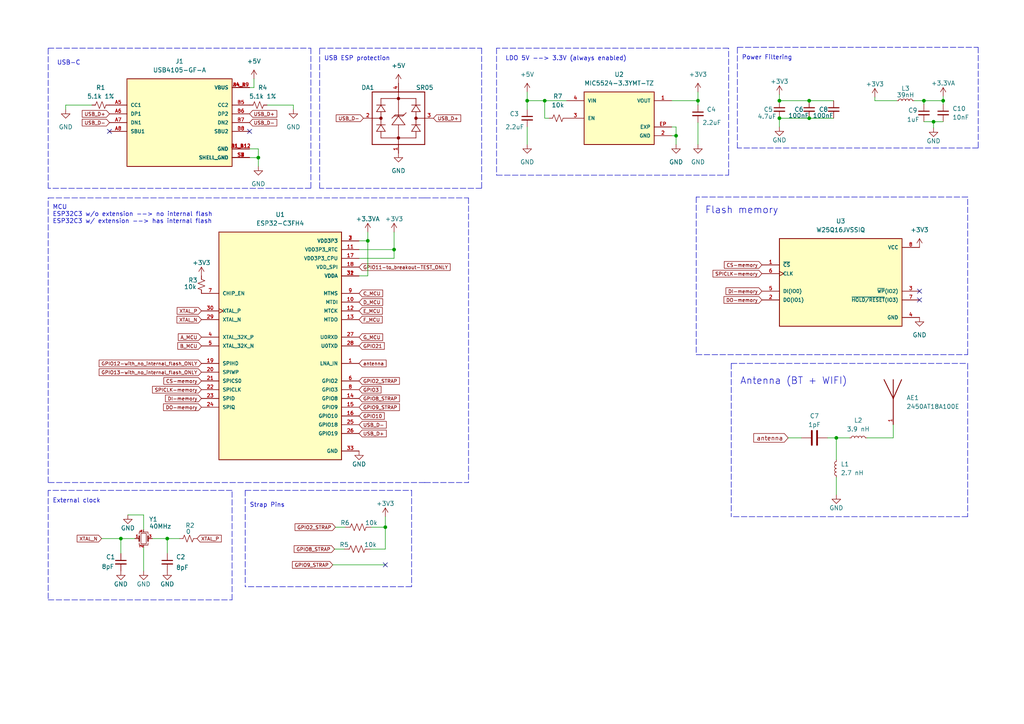
<source format=kicad_sch>
(kicad_sch (version 20211123) (generator eeschema)
  (paper "A4")
  (title_block (title "Watchular - 4 x 7 seven segment display") (date "2022-06-20") (rev "v0.1") (company "Lilordag"))
  (lib_symbols
    (symbol "2450AT18A100E:2450AT18A100E" (pin_names (offset 1.016) hide)
      (property "Reference" "AE" (at -2.794 10.1854 0))
      (property "Value" "2450AT18A100E" (at -2.667 -10.16 0))
      (symbol "2450AT18A100E_0_0"
        (polyline (pts (xy 0 2.54) (xy -2.667 8.001)) (stroke (width 0.254)))
        (polyline (pts (xy 0 2.54) (xy 0 -5.08)) (stroke (width 0.254)))
        (polyline (pts (xy 0 8.001) (xy 0 2.54)) (stroke (width 0.254)))
        (polyline (pts (xy 2.413 8.001) (xy 0 2.54)) (stroke (width 0.254)))
        (pin input line (at 0 -5.08 90) (length 2.54) (name "~") (number "1"))
      )
    )
    (symbol "Device:C" (pin_numbers hide) (pin_names (offset 0.254))
      (property "Reference" "C" (at 0.635 2.54 0))
      (property "Value" "C" (at 0.635 -2.54 0))
      (symbol "C_0_1"
        (polyline (pts (xy -2.032 -0.762) (xy 2.032 -0.762)) (stroke (width 0.508)))
        (polyline (pts (xy -2.032 0.762) (xy 2.032 0.762)) (stroke (width 0.508)))
      )
      (symbol "C_1_1"
        (pin passive line (at 0 3.81 270) (length 2.794) (name "~") (number "1"))
        (pin passive line (at 0 -3.81 90) (length 2.794) (name "~") (number "2"))
      )
    )
    (symbol "Device:C_Small" (pin_numbers hide) (pin_names (offset 0.254) hide)
      (property "Reference" "C" (at 0.254 1.778 0))
      (property "Value" "C_Small" (at 0.254 -2.032 0))
      (symbol "C_Small_0_1"
        (polyline (pts (xy -1.524 -0.508) (xy 1.524 -0.508)) (stroke (width 0.3302)))
        (polyline (pts (xy -1.524 0.508) (xy 1.524 0.508)) (stroke (width 0.3048)))
      )
      (symbol "C_Small_1_1"
        (pin passive line (at 0 2.54 270) (length 2.032) (name "~") (number "1"))
        (pin passive line (at 0 -2.54 90) (length 2.032) (name "~") (number "2"))
      )
    )
    (symbol "Device:Crystal_GND24_Small" (pin_names (offset 1.016) hide)
      (property "Reference" "Y" (at 1.27 4.445 0))
      (property "Value" "Crystal_GND24_Small" (at 1.27 2.54 0))
      (symbol "Crystal_GND24_Small_0_1"
        (rectangle (start -0.762 -1.524) (end 0.762 1.524))
        (polyline (pts (xy -1.27 -0.762) (xy -1.27 0.762)) (stroke (width 0.381)))
        (polyline (pts (xy 1.27 -0.762) (xy 1.27 0.762)) (stroke (width 0.381)))
        (polyline (pts (xy -1.27 -1.27) (xy -1.27 -1.905) (xy 1.27 -1.905) (xy 1.27 -1.27)))
        (polyline (pts (xy -1.27 1.27) (xy -1.27 1.905) (xy 1.27 1.905) (xy 1.27 1.27)))
      )
      (symbol "Crystal_GND24_Small_1_1"
        (pin passive line (at -2.54 0 0) (length 1.27) (name "1") (number "1"))
        (pin passive line (at 0 -2.54 90) (length 0.635) (name "2") (number "2"))
        (pin passive line (at 2.54 0 180) (length 1.27) (name "3") (number "3"))
        (pin passive line (at 0 2.54 270) (length 0.635) (name "4") (number "4"))
      )
    )
    (symbol "Device:L_Small" (pin_numbers hide) (pin_names (offset 0.254) hide)
      (property "Reference" "L" (at 0.762 1.016 0))
      (property "Value" "L_Small" (at 0.762 -1.016 0))
      (symbol "L_Small_0_1"
        (arc (start 0 -2.032) (mid 0.508 -1.524) (end 0 -1.016))
        (arc (start 0 -1.016) (mid 0.508 -0.508) (end 0 0))
        (arc (start 0 0) (mid 0.508 0.508) (end 0 1.016))
        (arc (start 0 1.016) (mid 0.508 1.524) (end 0 2.032))
      )
      (symbol "L_Small_1_1"
        (pin passive line (at 0 2.54 270) (length 0.508) (name "~") (number "1"))
        (pin passive line (at 0 -2.54 90) (length 0.508) (name "~") (number "2"))
      )
    )
    (symbol "Device:R_Small_US" (pin_numbers hide) (pin_names (offset 0.254) hide)
      (property "Reference" "R" (at 0.762 0.508 0))
      (property "Value" "R_Small_US" (at 0.762 -1.016 0))
      (symbol "R_Small_US_1_1"
        (polyline (pts (xy 0 0) (xy 1.016 -0.381) (xy 0 -0.762) (xy -1.016 -1.143) (xy 0 -1.524)))
        (polyline (pts (xy 0 1.524) (xy 1.016 1.143) (xy 0 0.762) (xy -1.016 0.381) (xy 0 0)))
        (pin passive line (at 0 2.54 270) (length 1.016) (name "~") (number "1"))
        (pin passive line (at 0 -2.54 90) (length 1.016) (name "~") (number "2"))
      )
    )
    (symbol "Device:R_US" (pin_numbers hide) (pin_names (offset 0))
      (property "Reference" "R" (at 2.54 0 90))
      (property "Value" "R_US" (at -2.54 0 90))
      (symbol "R_US_0_1"
        (polyline (pts (xy 0 -2.286) (xy 0 -2.54)))
        (polyline (pts (xy 0 2.286) (xy 0 2.54)))
        (polyline (pts (xy 0 -0.762) (xy 1.016 -1.143) (xy 0 -1.524) (xy -1.016 -1.905) (xy 0 -2.286)))
        (polyline (pts (xy 0 0.762) (xy 1.016 0.381) (xy 0 0) (xy -1.016 -0.381) (xy 0 -0.762)))
        (polyline (pts (xy 0 2.286) (xy 1.016 1.905) (xy 0 1.524) (xy -1.016 1.143) (xy 0 0.762)))
      )
      (symbol "R_US_1_1"
        (pin passive line (at 0 3.81 270) (length 1.27) (name "~") (number "1"))
        (pin passive line (at 0 -3.81 90) (length 1.27) (name "~") (number "2"))
      )
    )
    (symbol "ESP32-C3FH4:ESP32-C3FH4" (pin_names (offset 1.016))
      (property "Reference" "U" (at -17.78 33.782 0))
      (property "Value" "ESP32-C3FH4" (at -17.78 -33.782 0))
      (symbol "ESP32-C3FH4_0_0"
        (rectangle (start -17.78 -33.02) (end 17.78 33.02) (stroke (width 0.254)) (fill (type background)))
        (pin bidirectional line (at 22.86 -5.08 180) (length 5.08) (name "LNA_IN") (number "1"))
        (pin bidirectional line (at 22.86 12.7 180) (length 5.08) (name "MTDI") (number "10"))
        (pin power_in line (at 22.86 27.94 180) (length 5.08) (name "VDD3P3_RTC") (number "11"))
        (pin bidirectional line (at 22.86 10.16 180) (length 5.08) (name "MTCK") (number "12"))
        (pin bidirectional line (at 22.86 7.62 180) (length 5.08) (name "MTDO") (number "13"))
        (pin bidirectional line (at 22.86 -15.24 180) (length 5.08) (name "GPIO8") (number "14"))
        (pin bidirectional line (at 22.86 -17.78 180) (length 5.08) (name "GPIO9") (number "15"))
        (pin bidirectional line (at 22.86 -20.32 180) (length 5.08) (name "GPIO10") (number "16"))
        (pin power_in line (at 22.86 25.4 180) (length 5.08) (name "VDD3P3_CPU") (number "17"))
        (pin power_in line (at 22.86 22.86 180) (length 5.08) (name "VDD_SPI") (number "18"))
        (pin bidirectional line (at -22.86 -5.08 0) (length 5.08) (name "SPIHD") (number "19"))
        (pin power_in line (at 22.86 30.48 180) (length 5.08) (name "VDD3P3") (number "2"))
        (pin bidirectional line (at -22.86 -7.62 0) (length 5.08) (name "SPIWP") (number "20"))
        (pin bidirectional line (at -22.86 -10.16 0) (length 5.08) (name "SPICS0") (number "21"))
        (pin bidirectional line (at -22.86 -12.7 0) (length 5.08) (name "SPICLK") (number "22"))
        (pin bidirectional line (at -22.86 -15.24 0) (length 5.08) (name "SPID") (number "23"))
        (pin bidirectional line (at -22.86 -17.78 0) (length 5.08) (name "SPIQ") (number "24"))
        (pin bidirectional line (at 22.86 -22.86 180) (length 5.08) (name "GPIO18") (number "25"))
        (pin bidirectional line (at 22.86 -25.4 180) (length 5.08) (name "GPIO19") (number "26"))
        (pin bidirectional line (at 22.86 2.54 180) (length 5.08) (name "U0RXD") (number "27"))
        (pin bidirectional line (at 22.86 0 180) (length 5.08) (name "U0TXD") (number "28"))
        (pin output line (at -22.86 7.62 0) (length 5.08) (name "XTAL_N") (number "29"))
        (pin power_in line (at 22.86 30.48 180) (length 5.08) (name "VDD3P3") (number "3"))
        (pin input clock (at -22.86 10.16 0) (length 5.08) (name "XTAL_P") (number "30"))
        (pin power_in line (at 22.86 20.32 180) (length 5.08) (name "VDDA") (number "31"))
        (pin power_in line (at 22.86 20.32 180) (length 5.08) (name "VDDA") (number "32"))
        (pin power_in line (at 22.86 -30.48 180) (length 5.08) (name "GND") (number "33"))
        (pin bidirectional line (at -22.86 2.54 0) (length 5.08) (name "XTAL_32K_P") (number "4"))
        (pin bidirectional line (at -22.86 0 0) (length 5.08) (name "XTAL_32K_N") (number "5"))
        (pin bidirectional line (at 22.86 -10.16 180) (length 5.08) (name "GPIO2") (number "6"))
        (pin input line (at -22.86 15.24 0) (length 5.08) (name "CHIP_EN") (number "7"))
        (pin bidirectional line (at 22.86 -12.7 180) (length 5.08) (name "GPIO3") (number "8"))
        (pin bidirectional line (at 22.86 15.24 180) (length 5.08) (name "MTMS") (number "9"))
      )
    )
    (symbol "MIC5524-3.3YMT-TZ:MIC5524-3.3YMT-TZ" (pin_names (offset 1.016))
      (property "Reference" "U" (at -10.16 8.382 0))
      (property "Value" "MIC5524-3.3YMT-TZ" (at -10.16 -10.16 0))
      (symbol "MIC5524-3.3YMT-TZ_0_0"
        (rectangle (start -10.16 -7.62) (end 10.16 7.62) (stroke (width 0.254)) (fill (type background)))
        (pin output line (at 15.24 5.08 180) (length 5.08) (name "VOUT") (number "1"))
        (pin power_in line (at 15.24 -5.08 180) (length 5.08) (name "GND") (number "2"))
        (pin input line (at -15.24 0 0) (length 5.08) (name "EN") (number "3"))
        (pin input line (at -15.24 5.08 0) (length 5.08) (name "VIN") (number "4"))
        (pin power_in line (at 15.24 -2.54 180) (length 5.08) (name "EXP") (number "EP"))
      )
    )
    (symbol "SR05:SR05" (pin_names (offset 1.016) hide)
      (property "Reference" "DA" (at -7.62 8.255 0))
      (property "Value" "SR05" (at 1.905 -9.5504 0))
      (symbol "SR05_0_0"
        (circle (center -5.08 0) (radius 0.2794) (stroke (width 0.4064)))
        (circle (center 0 -5.715) (radius 0.2794) (stroke (width 0.4064)))
        (polyline (pts (xy -7.62 -7.62) (xy -7.62 0)) (stroke (width 0.254)))
        (polyline (pts (xy -7.62 0) (xy -7.62 7.62)) (stroke (width 0.254)))
        (polyline (pts (xy -7.62 7.62) (xy 0 7.62)) (stroke (width 0.254)))
        (polyline (pts (xy -6.35 -3.81) (xy -3.81 -3.81)) (stroke (width 0.1778)))
        (polyline (pts (xy -6.35 -1.905) (xy -5.08 -1.905)) (stroke (width 0.1778)))
        (polyline (pts (xy -6.35 1.905) (xy -5.08 3.81)) (stroke (width 0.1778)))
        (polyline (pts (xy -6.35 1.905) (xy -3.81 1.905)) (stroke (width 0.1778)))
        (polyline (pts (xy -6.35 3.81) (xy -5.08 3.81)) (stroke (width 0.1778)))
        (polyline (pts (xy -5.08 -5.715) (xy -5.08 -3.81)) (stroke (width 0.1778)))
        (polyline (pts (xy -5.08 -1.905) (xy -6.35 -3.81)) (stroke (width 0.1778)))
        (polyline (pts (xy -5.08 -1.905) (xy -5.08 0)) (stroke (width 0.1778)))
        (polyline (pts (xy -5.08 -1.905) (xy -3.81 -1.905)) (stroke (width 0.1778)))
        (polyline (pts (xy -5.08 0) (xy -7.62 0)) (stroke (width 0.1778)))
        (polyline (pts (xy -5.08 0) (xy -5.08 1.905)) (stroke (width 0.1778)))
        (polyline (pts (xy -5.08 3.81) (xy -5.08 5.715)) (stroke (width 0.1778)))
        (polyline (pts (xy -5.08 3.81) (xy -3.81 1.905)) (stroke (width 0.1778)))
        (polyline (pts (xy -5.08 3.81) (xy -3.81 3.81)) (stroke (width 0.1778)))
        (polyline (pts (xy -5.08 5.715) (xy 0 5.715)) (stroke (width 0.1778)))
        (polyline (pts (xy -3.81 -3.81) (xy -5.08 -1.905)) (stroke (width 0.1778)))
        (polyline (pts (xy -1.905 -1.905) (xy 0 0.635)) (stroke (width 0.1778)))
        (polyline (pts (xy -1.905 -1.905) (xy 1.905 -1.905)) (stroke (width 0.1778)))
        (polyline (pts (xy -1.905 0) (xy -1.27 0.635)) (stroke (width 0.1778)))
        (polyline (pts (xy -1.27 0.635) (xy -0.9652 0.9652)) (stroke (width 0.1778)))
        (polyline (pts (xy -1.27 0.635) (xy 1.27 0.635)) (stroke (width 0.1778)))
        (polyline (pts (xy -0.9652 0.9652) (xy 1.6002 0.9652)) (stroke (width 0.1778)))
        (polyline (pts (xy 0 -7.62) (xy -7.62 -7.62)) (stroke (width 0.254)))
        (polyline (pts (xy 0 -7.62) (xy 0 -5.715)) (stroke (width 0.1778)))
        (polyline (pts (xy 0 -5.715) (xy -5.08 -5.715)) (stroke (width 0.1778)))
        (polyline (pts (xy 0 -5.715) (xy 0 -1.905)) (stroke (width 0.1778)))
        (polyline (pts (xy 0 -5.715) (xy 5.08 -5.715)) (stroke (width 0.1778)))
        (polyline (pts (xy 0 0.635) (xy 0 5.715)) (stroke (width 0.1778)))
        (polyline (pts (xy 0 0.635) (xy 1.905 -1.905)) (stroke (width 0.1778)))
        (polyline (pts (xy 0 5.715) (xy 0 7.62)) (stroke (width 0.1778)))
        (polyline (pts (xy 0 7.62) (xy 7.62 7.62)) (stroke (width 0.254)))
        (polyline (pts (xy 1.27 0.635) (xy 1.6002 0.9652)) (stroke (width 0.1778)))
        (polyline (pts (xy 1.6002 0.9652) (xy 2.2352 1.6002)) (stroke (width 0.1778)))
        (polyline (pts (xy 3.81 -3.81) (xy 6.35 -3.81)) (stroke (width 0.1778)))
        (polyline (pts (xy 3.81 -1.905) (xy 5.08 -1.905)) (stroke (width 0.1778)))
        (polyline (pts (xy 3.81 1.905) (xy 6.35 1.905)) (stroke (width 0.1778)))
        (polyline (pts (xy 3.81 3.81) (xy 5.08 3.81)) (stroke (width 0.1778)))
        (polyline (pts (xy 5.08 -5.715) (xy 5.08 -3.81)) (stroke (width 0.1778)))
        (polyline (pts (xy 5.08 -1.905) (xy 3.81 -3.81)) (stroke (width 0.1778)))
        (polyline (pts (xy 5.08 -1.905) (xy 5.08 0)) (stroke (width 0.1778)))
        (polyline (pts (xy 5.08 -1.905) (xy 6.35 -1.905)) (stroke (width 0.1778)))
        (polyline (pts (xy 5.08 0) (xy 5.08 1.905)) (stroke (width 0.1778)))
        (polyline (pts (xy 5.08 3.81) (xy 3.81 1.905)) (stroke (width 0.1778)))
        (polyline (pts (xy 5.08 3.81) (xy 5.08 5.715)) (stroke (width 0.1778)))
        (polyline (pts (xy 5.08 3.81) (xy 6.35 3.81)) (stroke (width 0.1778)))
        (polyline (pts (xy 5.08 5.715) (xy 0 5.715)) (stroke (width 0.1778)))
        (polyline (pts (xy 6.35 -3.81) (xy 5.08 -1.905)) (stroke (width 0.1778)))
        (polyline (pts (xy 6.35 1.905) (xy 5.08 3.81)) (stroke (width 0.1778)))
        (polyline (pts (xy 7.62 -7.62) (xy 0 -7.62)) (stroke (width 0.254)))
        (polyline (pts (xy 7.62 0) (xy 5.08 0)) (stroke (width 0.1778)))
        (polyline (pts (xy 7.62 0) (xy 7.62 -7.62)) (stroke (width 0.254)))
        (polyline (pts (xy 7.62 7.62) (xy 7.62 0)) (stroke (width 0.254)))
        (circle (center 0 5.715) (radius 0.2794) (stroke (width 0.4064)))
        (circle (center 5.08 0) (radius 0.2794) (stroke (width 0.4064)))
        (pin passive line (at 0 -10.16 90) (length 2.54) (name "~") (number "1"))
        (pin passive line (at -10.16 0 0) (length 2.54) (name "~") (number "2"))
        (pin passive line (at 10.16 0 180) (length 2.54) (name "~") (number "3"))
        (pin passive line (at 0 10.16 270) (length 2.54) (name "~") (number "4"))
      )
    )
    (symbol "USB4105-GF-A:USB4105-GF-A" (pin_names (offset 1.016))
      (property "Reference" "J" (at -15.24 13.97 0))
      (property "Value" "USB4105-GF-A" (at -15.24 -15.24 0))
      (symbol "USB4105-GF-A_0_0"
        (rectangle (start -15.24 -12.7) (end 15.24 12.7) (stroke (width 0.254)) (fill (type background)))
        (pin power_in line (at 20.32 -7.62 180) (length 5.08) (name "GND") (number "A1_B12"))
        (pin power_in line (at 20.32 10.16 180) (length 5.08) (name "VBUS") (number "A4_B9"))
        (pin bidirectional line (at -20.32 5.08 0) (length 5.08) (name "CC1") (number "A5"))
        (pin bidirectional line (at -20.32 2.54 0) (length 5.08) (name "DP1") (number "A6"))
        (pin bidirectional line (at -20.32 0 0) (length 5.08) (name "DN1") (number "A7"))
        (pin bidirectional line (at -20.32 -2.54 0) (length 5.08) (name "SBU1") (number "A8"))
        (pin power_in line (at 20.32 -7.62 180) (length 5.08) (name "GND") (number "B1_A12"))
        (pin power_in line (at 20.32 10.16 180) (length 5.08) (name "VBUS") (number "B4_A9"))
        (pin bidirectional line (at 20.32 5.08 180) (length 5.08) (name "CC2") (number "B5"))
        (pin bidirectional line (at 20.32 2.54 180) (length 5.08) (name "DP2") (number "B6"))
        (pin bidirectional line (at 20.32 0 180) (length 5.08) (name "DN2") (number "B7"))
        (pin bidirectional line (at 20.32 -2.54 180) (length 5.08) (name "SBU2") (number "B8"))
        (pin power_in line (at 20.32 -10.16 180) (length 5.08) (name "SHELL_GND") (number "S1"))
        (pin power_in line (at 20.32 -10.16 180) (length 5.08) (name "SHELL_GND") (number "S2"))
        (pin power_in line (at 20.32 -10.16 180) (length 5.08) (name "SHELL_GND") (number "S3"))
        (pin power_in line (at 20.32 -10.16 180) (length 5.08) (name "SHELL_GND") (number "S4"))
      )
    )
    (symbol "W25Q16JVSSIQ:W25Q16JVSSIQ" (pin_names (offset 1.016))
      (property "Reference" "U" (at -17.78 13.335 0))
      (property "Value" "W25Q16JVSSIQ" (at -17.78 -15.24 0))
      (symbol "W25Q16JVSSIQ_0_0"
        (rectangle (start -17.78 -12.7) (end 17.78 12.7) (stroke (width 0.254)) (fill (type background)))
        (pin input line (at -22.86 5.08 0) (length 5.08) (name "~{CS}") (number "1"))
        (pin bidirectional line (at -22.86 -5.08 0) (length 5.08) (name "DO(IO1)") (number "2"))
        (pin bidirectional line (at 22.86 -2.54 180) (length 5.08) (name "~{WP}(IO2)") (number "3"))
        (pin power_in line (at 22.86 -10.16 180) (length 5.08) (name "GND") (number "4"))
        (pin bidirectional line (at -22.86 -2.54 0) (length 5.08) (name "DI(IO0)") (number "5"))
        (pin input clock (at -22.86 2.54 0) (length 5.08) (name "CLK") (number "6"))
        (pin bidirectional line (at 22.86 -5.08 180) (length 5.08) (name "~{HOLD/RESET}(IO3)") (number "7"))
        (pin power_in line (at 22.86 10.16 180) (length 5.08) (name "VCC") (number "8"))
      )
    )
    (symbol "power:+3.3V" (power) (pin_names (offset 0))
      (property "Value" "+3.3V" (at 0 3.556 0))
      (symbol "+3.3V_0_1"
        (polyline (pts (xy -0.762 1.27) (xy 0 2.54)))
        (polyline (pts (xy 0 0) (xy 0 2.54)))
        (polyline (pts (xy 0 2.54) (xy 0.762 1.27)))
      )
      (symbol "+3.3V_1_1"
        (pin power_in line (at 0 0 90) (length 0) hide (name "+3V3") (number "1"))
      )
    )
    (symbol "power:+3.3VA" (power) (pin_names (offset 0))
      (property "Value" "+3.3VA" (at 0 3.556 0))
      (symbol "+3.3VA_0_1"
        (polyline (pts (xy -0.762 1.27) (xy 0 2.54)))
        (polyline (pts (xy 0 0) (xy 0 2.54)))
        (polyline (pts (xy 0 2.54) (xy 0.762 1.27)))
      )
      (symbol "+3.3VA_1_1"
        (pin power_in line (at 0 0 90) (length 0) hide (name "+3.3VA") (number "1"))
      )
    )
    (symbol "power:+5V" (power) (pin_names (offset 0))
      (property "Value" "+5V" (at 0 3.556 0))
      (symbol "+5V_0_1"
        (polyline (pts (xy -0.762 1.27) (xy 0 2.54)))
        (polyline (pts (xy 0 0) (xy 0 2.54)))
        (polyline (pts (xy 0 2.54) (xy 0.762 1.27)))
      )
      (symbol "+5V_1_1"
        (pin power_in line (at 0 0 90) (length 0) hide (name "+5V") (number "1"))
      )
    )
    (symbol "power:GND" (power) (pin_names (offset 0))
      (property "Value" "GND" (at 0 -3.81 0))
      (symbol "GND_0_1"
        (polyline (pts (xy 0 0) (xy 0 -1.27) (xy 1.27 -1.27) (xy 0 -2.54) (xy -1.27 -1.27) (xy 0 -1.27)))
      )
      (symbol "GND_1_1"
        (pin power_in line (at 0 0 270) (length 0) hide (name "GND") (number "1"))
      )
    )
  )
  (junction (at 273.558 29.21))
  (junction (at 234.696 29.21))
  (junction (at 242.57 127))
  (junction (at 48.514 156.21))
  (junction (at 152.908 29.21))
  (junction (at 202.438 29.21))
  (junction (at 114.3 72.39))
  (junction (at 111.76 152.908))
  (junction (at 106.68 69.85))
  (junction (at 35.052 156.21))
  (junction (at 226.06 34.29))
  (junction (at 157.988 29.21))
  (junction (at 226.06 29.21))
  (junction (at 234.696 34.29))
  (junction (at 74.93 45.72))
  (junction (at 267.97 29.21))
  (junction (at 270.764 35.306))
  (junction (at 196.088 39.37))
  (no_connect (at 266.7 84.455))
  (no_connect (at 266.7 86.995))
  (no_connect (at 31.75 38.1))
  (no_connect (at 72.39 38.1))
  (no_connect (at 111.76 163.83))
  (polyline (pts (xy 211.328 13.97) (xy 144.018 13.97)))
  (wire (pts (xy 73.66 25.4) (xy 73.66 22.86)))
  (wire (pts (xy 273.558 29.21) (xy 273.558 30.226)))
  (polyline (pts (xy 139.7 54.61) (xy 92.71 54.61)))
  (wire (pts (xy 107.696 152.908) (xy 111.76 152.908)))
  (wire (pts (xy 157.988 29.21) (xy 164.338 29.21)))
  (polyline (pts (xy 213.868 13.716) (xy 283.718 13.716)))
  (wire (pts (xy 96.52 163.83) (xy 111.76 163.83)))
  (wire (pts (xy 19.05 30.48) (xy 19.05 31.75)))
  (polyline (pts (xy 123.19 139.954) (xy 13.97 139.954)))
  (wire (pts (xy 48.514 156.21) (xy 52.07 156.21)))
  (wire (pts (xy 242.57 127) (xy 242.57 133.35)))
  (wire (pts (xy 242.57 127) (xy 246.38 127)))
  (wire (pts (xy 273.558 35.306) (xy 270.764 35.306)))
  (wire (pts (xy 234.696 29.21) (xy 241.808 29.21)))
  (wire (pts (xy 253.746 28.194) (xy 253.746 29.21)))
  (polyline (pts (xy 13.97 139.954) (xy 13.97 57.404)))
  (wire (pts (xy 196.088 36.83) (xy 196.088 39.37)))
  (polyline (pts (xy 139.7 13.97) (xy 139.7 54.61)))
  (polyline (pts (xy 201.93 57.15) (xy 201.93 102.87)))
  (polyline (pts (xy 90.17 54.61) (xy 13.97 54.61)))
  (polyline (pts (xy 119.38 142.24) (xy 119.38 170.18)))
  (wire (pts (xy 270.764 35.306) (xy 270.764 37.084)))
  (polyline (pts (xy 71.12 142.24) (xy 71.12 170.18)))
  (polyline (pts (xy 213.868 42.926) (xy 213.868 13.716)))
  (polyline (pts (xy 13.97 54.61) (xy 13.97 13.97)))
  (polyline (pts (xy 90.17 13.97) (xy 90.17 54.61)))
  (polyline (pts (xy 144.018 13.97) (xy 144.018 50.8)))
  (polyline (pts (xy 212.09 105.41) (xy 212.09 149.86)))
  (polyline (pts (xy 283.718 13.716) (xy 283.718 42.926)))
  (wire (pts (xy 259.08 127) (xy 259.08 123.19)))
  (polyline (pts (xy 144.018 50.8) (xy 211.328 50.8)))
  (wire (pts (xy 41.656 149.352) (xy 41.656 153.67)))
  (polyline (pts (xy 67.31 173.99) (xy 67.31 142.24)))
  (wire (pts (xy 226.06 34.29) (xy 234.696 34.29)))
  (polyline (pts (xy 283.718 42.926) (xy 213.868 42.926)))
  (wire (pts (xy 228.6 127) (xy 232.41 127)))
  (polyline (pts (xy 13.97 57.404) (xy 123.19 57.404)))
  (wire (pts (xy 72.39 43.18) (xy 74.93 43.18)))
  (wire (pts (xy 267.97 29.21) (xy 267.97 30.226)))
  (wire (pts (xy 41.656 158.75) (xy 41.656 165.608)))
  (wire (pts (xy 202.438 29.21) (xy 202.438 30.48)))
  (wire (pts (xy 114.3 72.39) (xy 114.3 67.31)))
  (wire (pts (xy 97.282 152.908) (xy 100.076 152.908)))
  (wire (pts (xy 72.39 45.72) (xy 74.93 45.72)))
  (wire (pts (xy 104.14 72.39) (xy 114.3 72.39)))
  (wire (pts (xy 35.052 156.21) (xy 39.116 156.21)))
  (wire (pts (xy 273.558 29.21) (xy 273.558 27.94)))
  (wire (pts (xy 74.93 45.72) (xy 74.93 48.26)))
  (wire (pts (xy 114.3 74.93) (xy 114.3 72.39)))
  (wire (pts (xy 104.14 74.93) (xy 114.3 74.93)))
  (polyline (pts (xy 123.19 57.404) (xy 135.89 57.404)))
  (polyline (pts (xy 71.12 142.24) (xy 119.38 142.24)))
  (wire (pts (xy 104.14 80.01) (xy 106.68 80.01)))
  (wire (pts (xy 196.088 39.37) (xy 196.088 41.91)))
  (wire (pts (xy 265.176 29.21) (xy 267.97 29.21)))
  (wire (pts (xy 242.57 138.43) (xy 242.57 143.51)))
  (wire (pts (xy 226.06 27.432) (xy 226.06 29.21)))
  (wire (pts (xy 107.442 159.258) (xy 111.76 159.258)))
  (wire (pts (xy 26.67 30.48) (xy 19.05 30.48)))
  (wire (pts (xy 152.908 26.67) (xy 152.908 29.21)))
  (polyline (pts (xy 67.31 142.24) (xy 13.97 142.24)))
  (wire (pts (xy 267.97 29.21) (xy 273.558 29.21)))
  (wire (pts (xy 152.908 29.21) (xy 157.988 29.21)))
  (wire (pts (xy 202.438 35.56) (xy 202.438 41.91)))
  (polyline (pts (xy 119.38 170.18) (xy 71.12 170.18)))
  (wire (pts (xy 74.93 43.18) (xy 74.93 45.72)))
  (wire (pts (xy 194.818 36.83) (xy 196.088 36.83)))
  (wire (pts (xy 104.14 69.85) (xy 106.68 69.85)))
  (polyline (pts (xy 135.89 57.404) (xy 135.89 139.954)))
  (wire (pts (xy 159.258 34.29) (xy 157.988 34.29)))
  (wire (pts (xy 202.438 29.21) (xy 202.438 26.67)))
  (wire (pts (xy 111.76 152.908) (xy 111.76 149.86)))
  (wire (pts (xy 111.76 159.258) (xy 111.76 152.908)))
  (polyline (pts (xy 212.09 105.41) (xy 280.67 105.41)))
  (wire (pts (xy 106.68 69.85) (xy 106.68 67.31)))
  (wire (pts (xy 29.464 156.21) (xy 35.052 156.21)))
  (polyline (pts (xy 280.67 105.41) (xy 280.67 149.86)))
  (wire (pts (xy 157.988 34.29) (xy 157.988 29.21)))
  (wire (pts (xy 240.03 127) (xy 242.57 127)))
  (wire (pts (xy 48.514 160.528) (xy 48.514 156.21)))
  (polyline (pts (xy 280.67 149.86) (xy 212.09 149.86)))
  (wire (pts (xy 106.68 80.01) (xy 106.68 69.85)))
  (polyline (pts (xy 13.97 173.99) (xy 67.31 173.99)))
  (wire (pts (xy 194.818 39.37) (xy 196.088 39.37)))
  (wire (pts (xy 253.746 29.21) (xy 260.096 29.21)))
  (polyline (pts (xy 92.71 13.97) (xy 139.7 13.97)))
  (polyline (pts (xy 280.67 57.15) (xy 201.93 57.15)))
  (wire (pts (xy 85.09 30.48) (xy 85.09 31.75)))
  (polyline (pts (xy 13.97 142.24) (xy 13.97 173.99)))
  (wire (pts (xy 194.818 29.21) (xy 202.438 29.21)))
  (wire (pts (xy 234.696 34.29) (xy 241.808 34.29)))
  (wire (pts (xy 77.47 30.48) (xy 85.09 30.48)))
  (wire (pts (xy 226.06 29.21) (xy 234.696 29.21)))
  (polyline (pts (xy 123.19 139.954) (xy 135.89 139.954)))
  (wire (pts (xy 35.052 160.528) (xy 35.052 156.21)))
  (wire (pts (xy 37.084 149.352) (xy 41.656 149.352)))
  (wire (pts (xy 48.514 156.21) (xy 44.196 156.21)))
  (polyline (pts (xy 201.93 102.87) (xy 280.67 102.87)))
  (polyline (pts (xy 280.67 102.87) (xy 280.67 57.15)))
  (wire (pts (xy 152.908 36.83) (xy 152.908 41.91)))
  (wire (pts (xy 267.97 35.306) (xy 270.764 35.306)))
  (wire (pts (xy 226.06 34.29) (xy 226.06 36.83)))
  (wire (pts (xy 152.908 29.21) (xy 152.908 31.75)))
  (polyline (pts (xy 92.71 54.61) (xy 92.71 13.97)))
  (polyline (pts (xy 13.97 13.97) (xy 90.17 13.97)))
  (wire (pts (xy 97.028 159.258) (xy 99.822 159.258)))
  (wire (pts (xy 251.46 127) (xy 259.08 127)))
  (polyline (pts (xy 211.328 50.8) (xy 211.328 13.97)))
  (wire (pts (xy 72.39 25.4) (xy 73.66 25.4)))
  (text "USB-C" (at 16.51 19.05 0) (effects (font (size 1.27 1.27)) (justify left bottom)))
  (text "LDO 5V --> 3.3V (always enabled)" (at 146.558 17.78 0) (effects (font (size 1.27 1.27)) (justify left bottom)))
  (text "Flash memory" (at 204.47 62.23 0) (effects (font (size 2 2)) (justify left bottom)))
  (text "Power Filtering" (at 215.138 17.526 0) (effects (font (size 1.27 1.27)) (justify left bottom)))
  (text "Antenna (BT + WIFI)" (at 214.63 111.76 0) (effects (font (size 2 2)) (justify left bottom)))
  (text "External clock" (at 15.24 146.05 0) (effects (font (size 1.27 1.27)) (justify left bottom)))
  (text "MCU\nESP32C3 w/o extension --> no internal flash\nESP32C3 w/ extension --> has internal flash" (at 15.24 65.024 0) (effects (font (size 1.27 1.27)) (justify left bottom)))
  (text "Strap Pins" (at 72.39 147.32 0) (effects (font (size 1.27 1.27)) (justify left bottom)))
  (text "USB ESP protection" (at 93.98 17.78 0) (effects (font (size 1.27 1.27)) (justify left bottom)))
  (global_label "GPIO8_STRAP" (shape input) (at 97.028 159.258 180) (effects (font (size 1 1))) (property "Intersheet References" "${INTERSHEET_REFS}" (effects hide)))
  (global_label "DO-memory" (shape input) (at 58.42 118.11 180) (effects (font (size 1 1))) (property "Intersheet References" "${INTERSHEET_REFS}" (effects hide)))
  (global_label "GPIO3" (shape input) (at 104.14 113.03 0) (effects (font (size 1 1))) (property "Intersheet References" "${INTERSHEET_REFS}" (effects hide)))
  (global_label "GPIO2_STRAP" (shape input) (at 104.14 110.49 0) (effects (font (size 1 1))) (property "Intersheet References" "${INTERSHEET_REFS}" (effects hide)))
  (global_label "E_MCU" (shape input) (at 104.14 90.17 0) (effects (font (size 1 1))) (property "Intersheet References" "${INTERSHEET_REFS}" (effects hide)))
  (global_label "GPIO11-to_breakout-TEST_ONLY" (shape input) (at 104.14 77.47 0) (effects (font (size 1 1))) (property "Intersheet References" "${INTERSHEET_REFS}" (effects hide)))
  (global_label "XTAL_P" (shape input) (at 57.15 156.21 0) (effects (font (size 1 1))) (property "Intersheet References" "${INTERSHEET_REFS}" (effects hide)))
  (global_label "GPIO9_STRAP" (shape input) (at 104.14 118.11 0) (effects (font (size 1 1))) (property "Intersheet References" "${INTERSHEET_REFS}" (effects hide)))
  (global_label "F_MCU" (shape input) (at 104.14 92.71 0) (effects (font (size 1 1))) (property "Intersheet References" "${INTERSHEET_REFS}" (effects hide)))
  (global_label "USB_D-" (shape input) (at 31.75 35.56 180) (effects (font (size 1 1))) (property "Intersheet References" "${INTERSHEET_REFS}" (effects hide)))
  (global_label "USB_D-" (shape input) (at 72.39 35.56 0) (effects (font (size 1 1))) (property "Intersheet References" "${INTERSHEET_REFS}" (effects hide)))
  (global_label "GPIO12-with_no_internal_flash_ONLY" (shape input) (at 58.42 105.41 180) (effects (font (size 1 1))) (property "Intersheet References" "${INTERSHEET_REFS}" (effects hide)))
  (global_label "GPIO10" (shape input) (at 104.14 120.65 0) (effects (font (size 1 1))) (property "Intersheet References" "${INTERSHEET_REFS}" (effects hide)))
  (global_label "B_MCU" (shape input) (at 58.42 100.33 180) (effects (font (size 1 1))) (property "Intersheet References" "${INTERSHEET_REFS}" (effects hide)))
  (global_label "SPICLK-memory" (shape input) (at 58.42 113.03 180) (effects (font (size 1 1))) (property "Intersheet References" "${INTERSHEET_REFS}" (effects hide)))
  (global_label "SPICLK-memory" (shape input) (at 220.98 79.375 180) (effects (font (size 1 1))) (property "Intersheet References" "${INTERSHEET_REFS}" (effects hide)))
  (global_label "DO-memory" (shape input) (at 220.98 86.995 180) (effects (font (size 1 1))) (property "Intersheet References" "${INTERSHEET_REFS}" (effects hide)))
  (global_label "USB_D+" (shape input) (at 104.14 125.73 0) (effects (font (size 1 1))) (property "Intersheet References" "${INTERSHEET_REFS}" (effects hide)))
  (global_label "GPIO13-with_no_internal_flash_ONLY" (shape input) (at 58.42 107.95 180) (effects (font (size 1 1))) (property "Intersheet References" "${INTERSHEET_REFS}" (effects hide)))
  (global_label "D_MCU" (shape input) (at 104.14 87.63 0) (effects (font (size 1 1))) (property "Intersheet References" "${INTERSHEET_REFS}" (effects hide)))
  (global_label "USB_D+" (shape input) (at 31.75 33.02 180) (effects (font (size 1 1))) (property "Intersheet References" "${INTERSHEET_REFS}" (effects hide)))
  (global_label "XTAL_N" (shape input) (at 29.464 156.21 180) (effects (font (size 1 1))) (property "Intersheet References" "${INTERSHEET_REFS}" (effects hide)))
  (global_label "antenna" (shape input) (at 228.6 127 180) (property "Intersheet References" "${INTERSHEET_REFS}" (effects hide)))
  (global_label "DI-memory" (shape input) (at 58.42 115.57 180) (effects (font (size 1 1))) (property "Intersheet References" "${INTERSHEET_REFS}" (effects hide)))
  (global_label "GPIO9_STRAP" (shape input) (at 96.52 163.83 180) (effects (font (size 1 1))) (property "Intersheet References" "${INTERSHEET_REFS}" (effects hide)))
  (global_label "USB_D+" (shape input) (at 72.39 33.02 0) (effects (font (size 1 1))) (property "Intersheet References" "${INTERSHEET_REFS}" (effects hide)))
  (global_label "CS-memory" (shape input) (at 58.42 110.49 180) (effects (font (size 1 1))) (property "Intersheet References" "${INTERSHEET_REFS}" (effects hide)))
  (global_label "A_MCU" (shape input) (at 58.42 97.79 180) (effects (font (size 1 1))) (property "Intersheet References" "${INTERSHEET_REFS}" (effects hide)))
  (global_label "XTAL_P" (shape input) (at 58.42 90.17 180) (effects (font (size 1 1))) (property "Intersheet References" "${INTERSHEET_REFS}" (effects hide)))
  (global_label "XTAL_N" (shape input) (at 58.42 92.71 180) (effects (font (size 1 1))) (property "Intersheet References" "${INTERSHEET_REFS}" (effects hide)))
  (global_label "GPIO21" (shape input) (at 104.14 100.33 0) (effects (font (size 1 1))) (property "Intersheet References" "${INTERSHEET_REFS}" (effects hide)))
  (global_label "GPIO2_STRAP" (shape input) (at 97.282 152.908 180) (effects (font (size 1 1))) (property "Intersheet References" "${INTERSHEET_REFS}" (effects hide)))
  (global_label "G_MCU" (shape input) (at 104.14 97.79 0) (effects (font (size 1 1))) (property "Intersheet References" "${INTERSHEET_REFS}" (effects hide)))
  (global_label "antenna" (shape input) (at 104.14 105.41 0) (effects (font (size 1 1))) (property "Intersheet References" "${INTERSHEET_REFS}" (effects hide)))
  (global_label "USB_D-" (shape input) (at 105.41 34.29 180) (effects (font (size 1 1))) (property "Intersheet References" "${INTERSHEET_REFS}" (effects hide)))
  (global_label "USB_D+" (shape input) (at 125.73 34.29 0) (effects (font (size 1 1))) (property "Intersheet References" "${INTERSHEET_REFS}" (effects hide)))
  (global_label "CS-memory" (shape input) (at 220.98 76.835 180) (effects (font (size 1 1))) (property "Intersheet References" "${INTERSHEET_REFS}" (effects hide)))
  (global_label "DI-memory" (shape input) (at 220.98 84.455 180) (effects (font (size 1 1))) (property "Intersheet References" "${INTERSHEET_REFS}" (effects hide)))
  (global_label "C_MCU" (shape input) (at 104.14 85.09 0) (effects (font (size 1 1))) (property "Intersheet References" "${INTERSHEET_REFS}" (effects hide)))
  (global_label "GPIO8_STRAP" (shape input) (at 104.14 115.57 0) (effects (font (size 1 1))) (property "Intersheet References" "${INTERSHEET_REFS}" (effects hide)))
  (global_label "USB_D-" (shape input) (at 104.14 123.19 0) (effects (font (size 1 1))) (property "Intersheet References" "${INTERSHEET_REFS}" (effects hide)))
  (symbol (lib_id "power:GND") (at 35.052 165.608 0) (unit 1)
    (property "Reference" "#PWR02" (effects hide))
    (property "Value" "GND" (at 35.052 169.418 0))
  )
  (symbol (lib_id "Device:R_US") (at 103.886 152.908 90) (unit 1)
    (property "Reference" "R6" (at 100.076 151.638 90))
    (property "Value" "10k" (at 107.696 151.638 90))
    (property "Footprint" "Resistor_SMD:R_0402_1005Metric" (effects hide))
  )
  (symbol (lib_id "Device:R_Small_US") (at 54.61 156.21 90) (unit 1)
    (property "Reference" "R2" (at 55.118 152.4 90))
    (property "Value" "0" (at 54.61 154.178 90))
    (property "Footprint" "Resistor_SMD:R_01005_0402Metric_Pad0.57x0.30mm_HandSolder" (effects hide))
  )
  (symbol (lib_id "power:GND") (at 41.656 165.608 0) (unit 1)
    (property "Reference" "#PWR04" (effects hide))
    (property "Value" "GND" (at 41.656 169.418 0))
  )
  (symbol (lib_id "power:GND") (at 266.7 92.075 0) (unit 1)
    (property "Reference" "#PWR028" (effects hide))
    (property "Value" "GND" (at 266.7 97.155 0))
  )
  (symbol (lib_id "power:GND") (at 74.93 48.26 0) (unit 1)
    (property "Reference" "#PWR08" (effects hide))
    (property "Value" "GND" (at 74.93 53.34 0))
  )
  (symbol (lib_id "2450AT18A100E:2450AT18A100E") (at 259.08 118.11 0) (unit 1)
    (property "Reference" "AE1" (at 262.89 115.3794 0) (effects (justify left)))
    (property "Value" "2450AT18A100E" (at 262.89 117.9194 0) (effects (justify left)))
    (property "Footprint" "ANTC3216X140N" (effects hide))
    (property "STANDARD" "IPC-7351B" (effects hide))
    (property "PARTREV" "1.3" (effects hide))
    (property "MANUFACTURER" "JOHANSON DESIGN" (effects hide))
  )
  (symbol (lib_id "Device:C_Small") (at 48.514 163.068 0) (unit 1)
    (property "Reference" "C2" (at 51.054 161.544 0) (effects (justify left)))
    (property "Value" "8pF" (at 51.054 164.592 0) (effects (justify left)))
    (property "Footprint" "Capacitor_SMD:C_0402_1005Metric_Pad0.74x0.62mm_HandSolder" (effects hide))
  )
  (symbol (lib_id "power:+3.3V") (at 202.438 26.67 0) (unit 1)
    (property "Reference" "#PWR019" (effects hide))
    (property "Value" "+3.3V" (at 202.438 21.59 0))
  )
  (symbol (lib_id "Device:R_Small_US") (at 29.21 30.48 90) (unit 1)
    (property "Reference" "R1" (at 29.21 25.4 90))
    (property "Value" "5.1k 1%" (at 29.21 27.94 90))
    (property "Footprint" "Resistor_SMD:R_0402_1005Metric_Pad0.72x0.64mm_HandSolder" (effects hide))
  )
  (symbol (lib_id "power:GND") (at 104.14 130.81 0) (unit 1)
    (property "Reference" "#PWR010" (effects hide))
    (property "Value" "GND" (at 104.14 134.62 0))
  )
  (symbol (lib_id "Device:L_Small") (at 242.57 135.89 180) (unit 1)
    (property "Reference" "L1" (at 243.84 134.6199 0) (effects (justify right)))
    (property "Value" "2.7 nH" (at 243.84 137.1599 0) (effects (justify right)))
    (property "Footprint" "Inductor_SMD:L_0402_1005Metric" (effects hide))
  )
  (symbol (lib_id "Device:C") (at 236.22 127 90) (unit 1)
    (property "Reference" "C7" (at 236.22 120.65 90))
    (property "Value" "1pF" (at 236.22 123.19 90))
    (property "Footprint" "Capacitor_SMD:C_0402_1005Metric" (effects hide))
  )
  (symbol (lib_id "power:+3.3VA") (at 106.68 67.31 0) (unit 1)
    (property "Reference" "#PWR011" (effects hide))
    (property "Value" "+3.3VA" (at 106.68 63.5 0))
  )
  (symbol (lib_id "power:+3.3V") (at 114.3 67.31 0) (unit 1)
    (property "Reference" "#PWR013" (effects hide))
    (property "Value" "+3.3V" (at 114.3 63.5 0))
  )
  (symbol (lib_id "power:GND") (at 226.06 36.83 0) (unit 1)
    (property "Reference" "#PWR022" (effects hide))
    (property "Value" "GND" (at 226.06 40.64 0))
  )
  (symbol (lib_id "Device:C_Small") (at 152.908 34.29 0) (unit 1)
    (property "Reference" "C3" (at 147.828 33.02 0) (effects (justify left)))
    (property "Value" "2.2uF" (at 146.558 36.83 0) (effects (justify left)))
    (property "Footprint" "Capacitor_SMD:C_0402_1005Metric_Pad0.74x0.62mm_HandSolder" (effects hide))
  )
  (symbol (lib_id "Device:C_Small") (at 273.558 32.766 0) (unit 1)
    (property "Reference" "C10" (at 276.225 31.5022 0) (effects (justify left)))
    (property "Value" "10nF" (at 276.225 34.0422 0) (effects (justify left)))
    (property "Footprint" "Inductor_SMD:L_0402_1005Metric" (effects hide))
  )
  (symbol (lib_id "Device:Crystal_GND24_Small") (at 41.656 156.21 0) (unit 1)
    (property "Reference" "Y1" (at 44.45 150.622 0))
    (property "Value" "40MHz" (at 46.482 152.654 0))
    (property "Footprint" "Crystal:Crystal_SMD_2016-4Pin_2.0x1.6mm" (effects hide))
  )
  (symbol (lib_id "power:GND") (at 242.57 143.51 0) (unit 1)
    (property "Reference" "#PWR023" (effects hide))
    (property "Value" "GND" (at 242.57 147.32 0))
  )
  (symbol (lib_id "power:+3.3V") (at 253.746 28.194 0) (unit 1)
    (property "Reference" "#PWR024" (effects hide))
    (property "Value" "+3.3V" (at 253.746 24.384 0))
  )
  (symbol (lib_id "SR05:SR05") (at 115.57 34.29 0) (unit 1)
    (property "Reference" "DA1" (at 106.68 25.4 0))
    (property "Value" "SR05" (at 123.19 25.4 0))
    (property "Footprint" "ESD_protection-SR05:SOT143" (effects hide))
    (property "SKU" "SR05.TCT" (effects hide))
    (property "MFG" "Semtech" (effects hide))
  )
  (symbol (lib_id "power:+3.3VA") (at 273.558 27.94 0) (unit 1)
    (property "Reference" "#PWR026" (effects hide))
    (property "Value" "+3.3VA" (at 273.558 24.13 0))
  )
  (symbol (lib_id "Device:R_Small_US") (at 58.42 82.55 0) (unit 1)
    (property "Reference" "R3" (at 54.61 81.28 0) (effects (justify left)))
    (property "Value" "10k" (at 53.34 83.185 0) (effects (justify left)))
    (property "Footprint" "Resistor_SMD:R_0402_1005Metric_Pad0.72x0.64mm_HandSolder" (effects hide))
  )
  (symbol (lib_id "power:GND") (at 19.05 31.75 0) (unit 1)
    (property "Reference" "#PWR01" (effects hide))
    (property "Value" "GND" (at 19.05 36.83 0))
  )
  (symbol (lib_id "power:+3.3V") (at 266.7 71.755 0) (unit 1)
    (property "Reference" "#PWR027" (effects hide))
    (property "Value" "+3.3V" (at 266.7 66.675 0))
  )
  (symbol (lib_id "power:GND") (at 202.438 41.91 0) (unit 1)
    (property "Reference" "#PWR020" (effects hide))
    (property "Value" "GND" (at 202.438 46.99 0))
  )
  (symbol (lib_id "Device:R_Small_US") (at 161.798 34.29 90) (unit 1)
    (property "Reference" "R7" (at 161.798 27.94 90))
    (property "Value" "10k" (at 161.798 30.48 90))
    (property "Footprint" "Resistor_SMD:R_0402_1005Metric_Pad0.72x0.64mm_HandSolder" (effects hide))
  )
  (symbol (lib_id "power:GND") (at 37.084 149.352 0) (unit 1)
    (property "Reference" "#PWR03" (effects hide))
    (property "Value" "GND" (at 37.084 153.162 0))
  )
  (symbol (lib_id "Device:C_Small") (at 234.696 31.75 0) (unit 1)
    (property "Reference" "C6" (at 230.378 31.75 0) (effects (justify left)))
    (property "Value" "100nF" (at 228.6 33.528 0) (effects (justify left)))
    (property "Footprint" "Inductor_SMD:L_0402_1005Metric" (effects hide))
  )
  (symbol (lib_id "Device:C_Small") (at 267.97 32.766 0) (unit 1)
    (property "Reference" "C9" (at 263.398 32.004 0) (effects (justify left)))
    (property "Value" "1uF" (at 263.017 34.671 0) (effects (justify left)))
    (property "Footprint" "Inductor_SMD:L_0402_1005Metric" (effects hide))
  )
  (symbol (lib_id "power:+5V") (at 115.57 24.13 0) (unit 1)
    (property "Reference" "#PWR014" (effects hide))
    (property "Value" "+5V" (at 115.57 19.05 0))
  )
  (symbol (lib_id "Device:C_Small") (at 241.808 31.75 0) (unit 1)
    (property "Reference" "C8" (at 237.49 31.75 0) (effects (justify left)))
    (property "Value" "100nF" (at 235.712 33.528 0) (effects (justify left)))
    (property "Footprint" "Inductor_SMD:L_0402_1005Metric" (effects hide))
  )
  (symbol (lib_id "power:+3.3V") (at 111.76 149.86 0) (unit 1)
    (property "Reference" "#PWR012" (effects hide))
    (property "Value" "+3.3V" (at 111.76 146.05 0))
  )
  (symbol (lib_id "Device:C_Small") (at 202.438 33.02 0) (unit 1)
    (property "Reference" "C4" (at 204.978 31.75 0) (effects (justify left)))
    (property "Value" "2.2uF" (at 203.708 35.56 0) (effects (justify left)))
    (property "Footprint" "Capacitor_SMD:C_0402_1005Metric_Pad0.74x0.62mm_HandSolder" (effects hide))
  )
  (symbol (lib_id "Device:L_Small") (at 248.92 127 90) (unit 1)
    (property "Reference" "L2" (at 248.92 121.92 90))
    (property "Value" "3.9 nH" (at 248.92 124.46 90))
    (property "Footprint" "Inductor_SMD:L_0402_1005Metric" (effects hide))
  )
  (symbol (lib_id "Device:R_Small_US") (at 74.93 30.48 90) (unit 1)
    (property "Reference" "R4" (at 76.2 25.4 90))
    (property "Value" "5.1k 1%" (at 76.2 27.94 90))
    (property "Footprint" "Resistor_SMD:R_0402_1005Metric_Pad0.72x0.64mm_HandSolder" (effects hide))
  )
  (symbol (lib_id "power:GND") (at 270.764 37.084 0) (unit 1)
    (property "Reference" "#PWR025" (effects hide))
    (property "Value" "GND" (at 270.764 40.894 0))
  )
  (symbol (lib_id "power:+5V") (at 152.908 26.67 0) (unit 1)
    (property "Reference" "#PWR016" (effects hide))
    (property "Value" "+5V" (at 152.908 21.59 0))
  )
  (symbol (lib_id "power:+3.3V") (at 226.06 27.432 0) (unit 1)
    (property "Reference" "#PWR021" (effects hide))
    (property "Value" "+3.3V" (at 226.06 23.622 0))
  )
  (symbol (lib_id "Device:R_US") (at 103.632 159.258 90) (unit 1)
    (property "Reference" "R5" (at 99.822 157.988 90))
    (property "Value" "10k" (at 107.442 157.988 90))
    (property "Footprint" "Resistor_SMD:R_0402_1005Metric" (effects hide))
  )
  (symbol (lib_id "power:GND") (at 196.088 41.91 0) (unit 1)
    (property "Reference" "#PWR018" (effects hide))
    (property "Value" "GND" (at 196.088 46.99 0))
  )
  (symbol (lib_id "Device:C_Small") (at 35.052 163.068 0) (unit 1)
    (property "Reference" "C1" (at 30.734 161.544 0) (effects (justify left)))
    (property "Value" "8pF" (at 29.464 164.338 0) (effects (justify left)))
    (property "Footprint" "Capacitor_SMD:C_0402_1005Metric_Pad0.74x0.62mm_HandSolder" (effects hide))
  )
  (symbol (lib_id "W25Q16JVSSIQ:W25Q16JVSSIQ") (at 243.84 81.915 0) (unit 1)
    (property "Reference" "U3" (at 243.84 64.135 0))
    (property "Value" "W25Q16JVSSIQ" (at 243.84 66.675 0))
    (property "Footprint" "W25Q16JVSSIQ:SOIC127P790X216-8N" (effects hide))
    (property "PRICE" "None" (effects hide))
    (property "AVAILABILITY" "Unavailable" (effects hide))
    (property "MP" "W25Q16JVSSIQ" (effects hide))
    (property "PACKAGE" "SOIC-8 Winbond" (effects hide))
    (property "DESCRIPTION" "3v 16m-Bit Serial Flash Memory With Dual" (effects hide))
    (property "MF" "Winbond Electronics" (effects hide))
  )
  (symbol (lib_id "MIC5524-3.3YMT-TZ:MIC5524-3.3YMT-TZ") (at 179.578 34.29 0) (unit 1)
    (property "Reference" "U2" (at 179.578 21.59 0))
    (property "Value" "MIC5524-3.3YMT-TZ" (at 179.578 24.13 0))
    (property "Footprint" "LDO-MIC5524-3-3YMT-TZ:VREG_MIC5524-3.3YMT-TZ" (effects hide))
    (property "STANDARD" "Manufacturer Recommendations" (effects hide))
    (property "PARTREV" "1.0" (effects hide))
    (property "MANUFACTURER" "Microchip" (effects hide))
    (property "MAXIMUM_PACKAGE_HEIGHT" "0.6mm" (effects hide))
  )
  (symbol (lib_id "power:+3.3V") (at 58.42 80.01 0) (unit 1)
    (property "Reference" "#PWR06" (effects hide))
    (property "Value" "+3.3V" (at 58.42 76.2 0))
  )
  (symbol (lib_id "power:+5V") (at 73.66 22.86 0) (unit 1)
    (property "Reference" "#PWR07" (effects hide))
    (property "Value" "+5V" (at 73.66 17.78 0))
  )
  (symbol (lib_id "Device:C_Small") (at 226.06 31.75 0) (unit 1)
    (property "Reference" "C5" (at 221.488 31.75 0) (effects (justify left)))
    (property "Value" "4.7uF" (at 219.71 33.782 0) (effects (justify left)))
    (property "Footprint" "Inductor_SMD:L_0402_1005Metric" (effects hide))
  )
  (symbol (lib_id "Device:L_Small") (at 262.636 29.21 90) (unit 1)
    (property "Reference" "L3" (at 262.636 25.654 90))
    (property "Value" "39nH" (at 262.636 27.559 90))
    (property "Footprint" "Inductor_SMD:L_0402_1005Metric" (effects hide))
  )
  (symbol (lib_id "USB4105-GF-A:USB4105-GF-A") (at 52.07 35.56 0) (unit 1)
    (property "Reference" "J1" (at 52.07 17.78 0))
    (property "Value" "USB4105-GF-A" (at 52.07 20.32 0))
    (property "Footprint" "USBC-USB4105-GF-A:GCT_USB4105-GF-A" (effects hide))
    (property "MANUFACTURER" "GCT" (effects hide))
    (property "PARTREV" "A3" (effects hide))
    (property "MAXIMUM_PACKAGE_HEIGHT" "3.31 mm" (effects hide))
    (property "STANDARD" "Manufacturer Recommendations" (effects hide))
  )
  (symbol (lib_id "power:GND") (at 152.908 41.91 0) (unit 1)
    (property "Reference" "#PWR017" (effects hide))
    (property "Value" "GND" (at 152.908 46.99 0))
  )
  (symbol (lib_id "power:GND") (at 85.09 31.75 0) (unit 1)
    (property "Reference" "#PWR09" (effects hide))
    (property "Value" "GND" (at 85.09 36.83 0))
  )
  (symbol (lib_id "ESP32-C3FH4:ESP32-C3FH4") (at 81.28 100.33 0) (unit 1)
    (property "Reference" "U1" (at 81.28 62.23 0))
    (property "Value" "ESP32-C3FH4" (at 81.28 64.77 0))
    (property "Footprint" "QFN50P500X500X90-33N" (effects hide))
    (property "MANUFACTURER" "Espressif" (effects hide))
    (property "PARTREV" "V1.0" (effects hide))
    (property "STANDARD" "IPC 7351B" (effects hide))
    (property "MAXIMUM_PACKAGE_HEIGHT" "0.9mm" (effects hide))
  )
  (symbol (lib_id "power:GND") (at 48.514 165.608 0) (unit 1)
    (property "Reference" "#PWR05" (effects hide))
    (property "Value" "GND" (at 48.514 169.418 0))
  )
  (symbol (lib_id "power:GND") (at 115.57 44.45 0) (unit 1)
    (property "Reference" "#PWR015" (effects hide))
    (property "Value" "GND" (at 115.57 49.53 0))
  )
  (sheet (at 27.94 220.98) (size 69.85 49.53) (stroke (width 0.1524))
    (property "Sheet name" "peripherals" (at 27.94 220.2684 0) (effects (justify left bottom)))
    (property "Sheet file" "peripherals.kicad_sch" (at 27.94 271.0946 0) (effects (justify left top)))
  )
)
</source>
